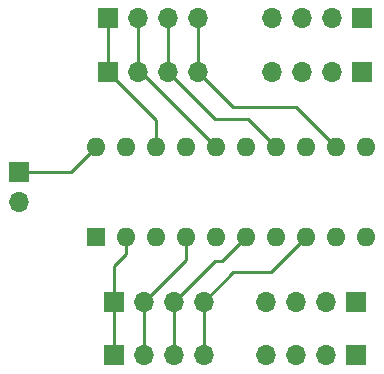
<source format=gbr>
G04 #@! TF.FileFunction,Copper,L1,Top,Signal*
%FSLAX46Y46*%
G04 Gerber Fmt 4.6, Leading zero omitted, Abs format (unit mm)*
G04 Created by KiCad (PCBNEW 4.0.5) date Saturday, June 17, 2017 'PMt' 05:29:07 PM*
%MOMM*%
%LPD*%
G01*
G04 APERTURE LIST*
%ADD10C,0.100000*%
%ADD11R,1.600000X1.600000*%
%ADD12O,1.600000X1.600000*%
%ADD13R,1.700000X1.700000*%
%ADD14O,1.700000X1.700000*%
%ADD15C,0.254000*%
G04 APERTURE END LIST*
D10*
D11*
X110500000Y-103500000D03*
D12*
X133360000Y-95880000D03*
X113040000Y-103500000D03*
X130820000Y-95880000D03*
X115580000Y-103500000D03*
X128280000Y-95880000D03*
X118120000Y-103500000D03*
X125740000Y-95880000D03*
X120660000Y-103500000D03*
X123200000Y-95880000D03*
X123200000Y-103500000D03*
X120660000Y-95880000D03*
X125740000Y-103500000D03*
X118120000Y-95880000D03*
X128280000Y-103500000D03*
X115580000Y-95880000D03*
X130820000Y-103500000D03*
X113040000Y-95880000D03*
X133360000Y-103500000D03*
X110500000Y-95880000D03*
D13*
X104000000Y-98000000D03*
D14*
X104000000Y-100540000D03*
D13*
X111500000Y-89500000D03*
D14*
X114040000Y-89500000D03*
X116580000Y-89500000D03*
X119120000Y-89500000D03*
D13*
X132500000Y-109000000D03*
D14*
X129960000Y-109000000D03*
X127420000Y-109000000D03*
X124880000Y-109000000D03*
D13*
X111500000Y-85000000D03*
D14*
X114040000Y-85000000D03*
X116580000Y-85000000D03*
X119120000Y-85000000D03*
D13*
X132500000Y-113500000D03*
D14*
X129960000Y-113500000D03*
X127420000Y-113500000D03*
X124880000Y-113500000D03*
D13*
X112000000Y-109000000D03*
D14*
X114540000Y-109000000D03*
X117080000Y-109000000D03*
X119620000Y-109000000D03*
D13*
X133000000Y-89500000D03*
D14*
X130460000Y-89500000D03*
X127920000Y-89500000D03*
X125380000Y-89500000D03*
D13*
X112000000Y-113500000D03*
D14*
X114540000Y-113500000D03*
X117080000Y-113500000D03*
X119620000Y-113500000D03*
D13*
X133000000Y-85000000D03*
D14*
X130460000Y-85000000D03*
X127920000Y-85000000D03*
X125380000Y-85000000D03*
D15*
X112000000Y-113500000D02*
X112000000Y-109000000D01*
X112000000Y-109000000D02*
X112000000Y-106000000D01*
X112000000Y-106000000D02*
X113040000Y-104960000D01*
X113040000Y-104960000D02*
X113040000Y-103500000D01*
X114540000Y-113500000D02*
X114540000Y-109000000D01*
X114540000Y-109000000D02*
X118120000Y-105420000D01*
X118120000Y-105420000D02*
X118120000Y-103500000D01*
X117080000Y-113500000D02*
X117080000Y-109000000D01*
X117080000Y-109000000D02*
X120580000Y-105500000D01*
X120580000Y-105500000D02*
X121200000Y-105500000D01*
X121200000Y-105500000D02*
X123200000Y-103500000D01*
X119620000Y-113500000D02*
X119620000Y-109000000D01*
X119620000Y-109000000D02*
X122120000Y-106500000D01*
X122120000Y-106500000D02*
X125280000Y-106500000D01*
X125280000Y-106500000D02*
X128280000Y-103500000D01*
X111500000Y-85000000D02*
X111500000Y-89500000D01*
X111500000Y-89500000D02*
X115580000Y-93580000D01*
X115580000Y-93580000D02*
X115580000Y-95880000D01*
X114040000Y-89500000D02*
X114280000Y-89500000D01*
X114280000Y-89500000D02*
X120660000Y-95880000D01*
X114040000Y-85000000D02*
X114040000Y-89500000D01*
X116580000Y-85000000D02*
X116580000Y-89500000D01*
X116580000Y-89500000D02*
X120580000Y-93500000D01*
X120580000Y-93500000D02*
X123360000Y-93500000D01*
X123360000Y-93500000D02*
X125740000Y-95880000D01*
X119120000Y-85000000D02*
X119120000Y-89500000D01*
X119120000Y-89500000D02*
X122120000Y-92500000D01*
X122120000Y-92500000D02*
X127440000Y-92500000D01*
X127440000Y-92500000D02*
X130820000Y-95880000D01*
X104000000Y-98000000D02*
X108380000Y-98000000D01*
X108380000Y-98000000D02*
X110500000Y-95880000D01*
M02*

</source>
